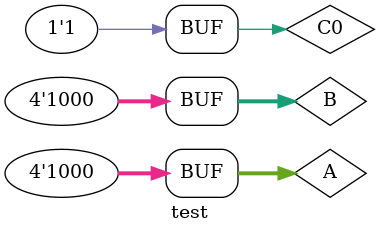
<source format=v>
`timescale 1ns / 1ps


module test;

	// Inputs
	reg [3:0] A;
	reg [3:0] B;
	reg C0;

	// Outputs
	wire C4;
	wire [3:0] F;

	// Instantiate the Unit Under Test (UUT)
	test2 uut (
		.A(A), 
		.B(B), 
		.C0(C0), 
		.C4(C4), 
		.F(F)
	);

	initial begin
		// Initialize Inputs
		A = 0;
		B = 0;
		C0 = 0;

		// Wait 100 ns for global reset to finish
		#100;
        
		// Add stimulus here
		#100;
		A = 4'b0000;B = 4'b0000;C0 = 0;
		#100;
		A = 4'b0001;B = 4'b0001;C0 = 1;
		#100;
		A = 4'b0010;B = 4'b0010;C0 = 1;
		#100;
		A = 4'b0100;B = 4'b0100;C0 = 1;
		#100;
		A = 4'b1000;B = 4'b1000;C0 = 1;
 
	end
      
endmodule


</source>
